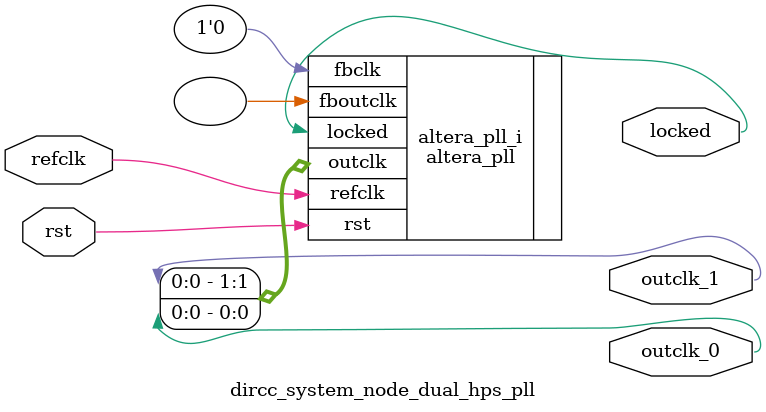
<source format=v>
`timescale 1ns/10ps
module  dircc_system_node_dual_hps_pll(

	// interface 'refclk'
	input wire refclk,

	// interface 'reset'
	input wire rst,

	// interface 'outclk0'
	output wire outclk_0,

	// interface 'outclk1'
	output wire outclk_1,

	// interface 'locked'
	output wire locked
);

	altera_pll #(
		.fractional_vco_multiplier("false"),
		.reference_clock_frequency("50.0 MHz"),
		.operation_mode("normal"),
		.number_of_clocks(2),
		.output_clock_frequency0("200.000000 MHz"),
		.phase_shift0("0 ps"),
		.duty_cycle0(50),
		.output_clock_frequency1("200.000000 MHz"),
		.phase_shift1("0 ps"),
		.duty_cycle1(50),
		.output_clock_frequency2("0 MHz"),
		.phase_shift2("0 ps"),
		.duty_cycle2(50),
		.output_clock_frequency3("0 MHz"),
		.phase_shift3("0 ps"),
		.duty_cycle3(50),
		.output_clock_frequency4("0 MHz"),
		.phase_shift4("0 ps"),
		.duty_cycle4(50),
		.output_clock_frequency5("0 MHz"),
		.phase_shift5("0 ps"),
		.duty_cycle5(50),
		.output_clock_frequency6("0 MHz"),
		.phase_shift6("0 ps"),
		.duty_cycle6(50),
		.output_clock_frequency7("0 MHz"),
		.phase_shift7("0 ps"),
		.duty_cycle7(50),
		.output_clock_frequency8("0 MHz"),
		.phase_shift8("0 ps"),
		.duty_cycle8(50),
		.output_clock_frequency9("0 MHz"),
		.phase_shift9("0 ps"),
		.duty_cycle9(50),
		.output_clock_frequency10("0 MHz"),
		.phase_shift10("0 ps"),
		.duty_cycle10(50),
		.output_clock_frequency11("0 MHz"),
		.phase_shift11("0 ps"),
		.duty_cycle11(50),
		.output_clock_frequency12("0 MHz"),
		.phase_shift12("0 ps"),
		.duty_cycle12(50),
		.output_clock_frequency13("0 MHz"),
		.phase_shift13("0 ps"),
		.duty_cycle13(50),
		.output_clock_frequency14("0 MHz"),
		.phase_shift14("0 ps"),
		.duty_cycle14(50),
		.output_clock_frequency15("0 MHz"),
		.phase_shift15("0 ps"),
		.duty_cycle15(50),
		.output_clock_frequency16("0 MHz"),
		.phase_shift16("0 ps"),
		.duty_cycle16(50),
		.output_clock_frequency17("0 MHz"),
		.phase_shift17("0 ps"),
		.duty_cycle17(50),
		.pll_type("General"),
		.pll_subtype("General")
	) altera_pll_i (
		.rst	(rst),
		.outclk	({outclk_1, outclk_0}),
		.locked	(locked),
		.fboutclk	( ),
		.fbclk	(1'b0),
		.refclk	(refclk)
	);
endmodule


</source>
